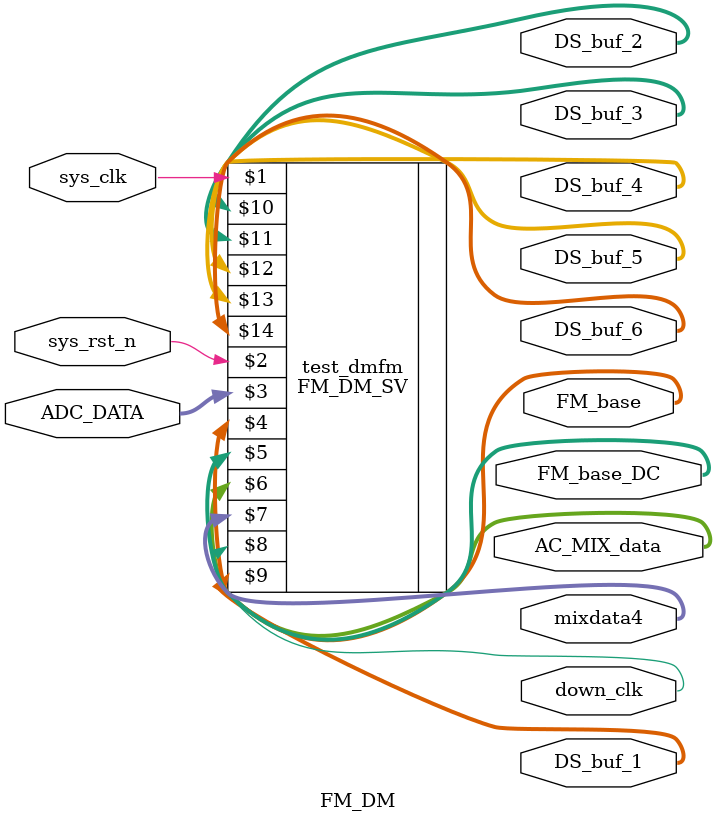
<source format=v>
`timescale 1ns / 1ps


module FM_DM(
    input sys_clk,
    input sys_rst_n,
    input signed [15:0]ADC_DATA,
    output  signed [15:0]FM_base,
    output  signed [15:0]FM_base_DC,
    output  signed [15:0]AC_MIX_data,
    output  signed [15:0]mixdata4,
    output  wire down_clk,
    output  signed [23:0] DS_buf_1,DS_buf_2,DS_buf_3,DS_buf_4,DS_buf_5,DS_buf_6
    );

    FM_DM_SV test_dmfm(sys_clk,sys_rst_n,ADC_DATA,FM_base,FM_base_DC,AC_MIX_data,mixdata4,down_clk, DS_buf_1,DS_buf_2,DS_buf_3,DS_buf_4,DS_buf_5,DS_buf_6);


endmodule

</source>
